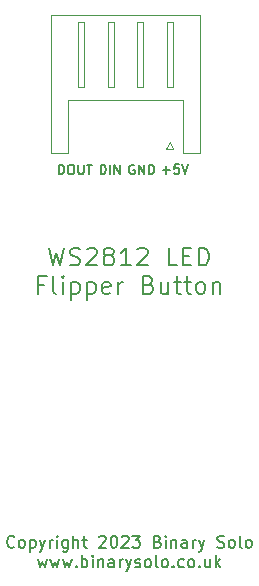
<source format=gbr>
%TF.GenerationSoftware,KiCad,Pcbnew,5.1.6-c6e7f7d~87~ubuntu18.04.1*%
%TF.CreationDate,2023-11-19T23:26:27+00:00*%
%TF.ProjectId,ws2812b_rgb_button,77733238-3132-4625-9f72-67625f627574,1.0*%
%TF.SameCoordinates,Original*%
%TF.FileFunction,Legend,Top*%
%TF.FilePolarity,Positive*%
%FSLAX46Y46*%
G04 Gerber Fmt 4.6, Leading zero omitted, Abs format (unit mm)*
G04 Created by KiCad (PCBNEW 5.1.6-c6e7f7d~87~ubuntu18.04.1) date 2023-11-19 23:26:27*
%MOMM*%
%LPD*%
G01*
G04 APERTURE LIST*
%ADD10C,0.150000*%
%ADD11C,0.200000*%
%ADD12C,0.120000*%
G04 APERTURE END LIST*
D10*
X90591904Y-111673142D02*
X90544285Y-111720761D01*
X90401428Y-111768380D01*
X90306190Y-111768380D01*
X90163333Y-111720761D01*
X90068095Y-111625523D01*
X90020476Y-111530285D01*
X89972857Y-111339809D01*
X89972857Y-111196952D01*
X90020476Y-111006476D01*
X90068095Y-110911238D01*
X90163333Y-110816000D01*
X90306190Y-110768380D01*
X90401428Y-110768380D01*
X90544285Y-110816000D01*
X90591904Y-110863619D01*
X91163333Y-111768380D02*
X91068095Y-111720761D01*
X91020476Y-111673142D01*
X90972857Y-111577904D01*
X90972857Y-111292190D01*
X91020476Y-111196952D01*
X91068095Y-111149333D01*
X91163333Y-111101714D01*
X91306190Y-111101714D01*
X91401428Y-111149333D01*
X91449047Y-111196952D01*
X91496666Y-111292190D01*
X91496666Y-111577904D01*
X91449047Y-111673142D01*
X91401428Y-111720761D01*
X91306190Y-111768380D01*
X91163333Y-111768380D01*
X91925238Y-111101714D02*
X91925238Y-112101714D01*
X91925238Y-111149333D02*
X92020476Y-111101714D01*
X92210952Y-111101714D01*
X92306190Y-111149333D01*
X92353809Y-111196952D01*
X92401428Y-111292190D01*
X92401428Y-111577904D01*
X92353809Y-111673142D01*
X92306190Y-111720761D01*
X92210952Y-111768380D01*
X92020476Y-111768380D01*
X91925238Y-111720761D01*
X92734761Y-111101714D02*
X92972857Y-111768380D01*
X93210952Y-111101714D02*
X92972857Y-111768380D01*
X92877619Y-112006476D01*
X92830000Y-112054095D01*
X92734761Y-112101714D01*
X93591904Y-111768380D02*
X93591904Y-111101714D01*
X93591904Y-111292190D02*
X93639523Y-111196952D01*
X93687142Y-111149333D01*
X93782380Y-111101714D01*
X93877619Y-111101714D01*
X94210952Y-111768380D02*
X94210952Y-111101714D01*
X94210952Y-110768380D02*
X94163333Y-110816000D01*
X94210952Y-110863619D01*
X94258571Y-110816000D01*
X94210952Y-110768380D01*
X94210952Y-110863619D01*
X95115714Y-111101714D02*
X95115714Y-111911238D01*
X95068095Y-112006476D01*
X95020476Y-112054095D01*
X94925238Y-112101714D01*
X94782380Y-112101714D01*
X94687142Y-112054095D01*
X95115714Y-111720761D02*
X95020476Y-111768380D01*
X94830000Y-111768380D01*
X94734761Y-111720761D01*
X94687142Y-111673142D01*
X94639523Y-111577904D01*
X94639523Y-111292190D01*
X94687142Y-111196952D01*
X94734761Y-111149333D01*
X94830000Y-111101714D01*
X95020476Y-111101714D01*
X95115714Y-111149333D01*
X95591904Y-111768380D02*
X95591904Y-110768380D01*
X96020476Y-111768380D02*
X96020476Y-111244571D01*
X95972857Y-111149333D01*
X95877619Y-111101714D01*
X95734761Y-111101714D01*
X95639523Y-111149333D01*
X95591904Y-111196952D01*
X96353809Y-111101714D02*
X96734761Y-111101714D01*
X96496666Y-110768380D02*
X96496666Y-111625523D01*
X96544285Y-111720761D01*
X96639523Y-111768380D01*
X96734761Y-111768380D01*
X97782380Y-110863619D02*
X97830000Y-110816000D01*
X97925238Y-110768380D01*
X98163333Y-110768380D01*
X98258571Y-110816000D01*
X98306190Y-110863619D01*
X98353809Y-110958857D01*
X98353809Y-111054095D01*
X98306190Y-111196952D01*
X97734761Y-111768380D01*
X98353809Y-111768380D01*
X98972857Y-110768380D02*
X99068095Y-110768380D01*
X99163333Y-110816000D01*
X99210952Y-110863619D01*
X99258571Y-110958857D01*
X99306190Y-111149333D01*
X99306190Y-111387428D01*
X99258571Y-111577904D01*
X99210952Y-111673142D01*
X99163333Y-111720761D01*
X99068095Y-111768380D01*
X98972857Y-111768380D01*
X98877619Y-111720761D01*
X98830000Y-111673142D01*
X98782380Y-111577904D01*
X98734761Y-111387428D01*
X98734761Y-111149333D01*
X98782380Y-110958857D01*
X98830000Y-110863619D01*
X98877619Y-110816000D01*
X98972857Y-110768380D01*
X99687142Y-110863619D02*
X99734761Y-110816000D01*
X99830000Y-110768380D01*
X100068095Y-110768380D01*
X100163333Y-110816000D01*
X100210952Y-110863619D01*
X100258571Y-110958857D01*
X100258571Y-111054095D01*
X100210952Y-111196952D01*
X99639523Y-111768380D01*
X100258571Y-111768380D01*
X100591904Y-110768380D02*
X101210952Y-110768380D01*
X100877619Y-111149333D01*
X101020476Y-111149333D01*
X101115714Y-111196952D01*
X101163333Y-111244571D01*
X101210952Y-111339809D01*
X101210952Y-111577904D01*
X101163333Y-111673142D01*
X101115714Y-111720761D01*
X101020476Y-111768380D01*
X100734761Y-111768380D01*
X100639523Y-111720761D01*
X100591904Y-111673142D01*
X102734761Y-111244571D02*
X102877619Y-111292190D01*
X102925238Y-111339809D01*
X102972857Y-111435047D01*
X102972857Y-111577904D01*
X102925238Y-111673142D01*
X102877619Y-111720761D01*
X102782380Y-111768380D01*
X102401428Y-111768380D01*
X102401428Y-110768380D01*
X102734761Y-110768380D01*
X102830000Y-110816000D01*
X102877619Y-110863619D01*
X102925238Y-110958857D01*
X102925238Y-111054095D01*
X102877619Y-111149333D01*
X102830000Y-111196952D01*
X102734761Y-111244571D01*
X102401428Y-111244571D01*
X103401428Y-111768380D02*
X103401428Y-111101714D01*
X103401428Y-110768380D02*
X103353809Y-110816000D01*
X103401428Y-110863619D01*
X103449047Y-110816000D01*
X103401428Y-110768380D01*
X103401428Y-110863619D01*
X103877619Y-111101714D02*
X103877619Y-111768380D01*
X103877619Y-111196952D02*
X103925238Y-111149333D01*
X104020476Y-111101714D01*
X104163333Y-111101714D01*
X104258571Y-111149333D01*
X104306190Y-111244571D01*
X104306190Y-111768380D01*
X105210952Y-111768380D02*
X105210952Y-111244571D01*
X105163333Y-111149333D01*
X105068095Y-111101714D01*
X104877619Y-111101714D01*
X104782380Y-111149333D01*
X105210952Y-111720761D02*
X105115714Y-111768380D01*
X104877619Y-111768380D01*
X104782380Y-111720761D01*
X104734761Y-111625523D01*
X104734761Y-111530285D01*
X104782380Y-111435047D01*
X104877619Y-111387428D01*
X105115714Y-111387428D01*
X105210952Y-111339809D01*
X105687142Y-111768380D02*
X105687142Y-111101714D01*
X105687142Y-111292190D02*
X105734761Y-111196952D01*
X105782380Y-111149333D01*
X105877619Y-111101714D01*
X105972857Y-111101714D01*
X106210952Y-111101714D02*
X106449047Y-111768380D01*
X106687142Y-111101714D02*
X106449047Y-111768380D01*
X106353809Y-112006476D01*
X106306190Y-112054095D01*
X106210952Y-112101714D01*
X107782380Y-111720761D02*
X107925238Y-111768380D01*
X108163333Y-111768380D01*
X108258571Y-111720761D01*
X108306190Y-111673142D01*
X108353809Y-111577904D01*
X108353809Y-111482666D01*
X108306190Y-111387428D01*
X108258571Y-111339809D01*
X108163333Y-111292190D01*
X107972857Y-111244571D01*
X107877619Y-111196952D01*
X107830000Y-111149333D01*
X107782380Y-111054095D01*
X107782380Y-110958857D01*
X107830000Y-110863619D01*
X107877619Y-110816000D01*
X107972857Y-110768380D01*
X108210952Y-110768380D01*
X108353809Y-110816000D01*
X108925238Y-111768380D02*
X108830000Y-111720761D01*
X108782380Y-111673142D01*
X108734761Y-111577904D01*
X108734761Y-111292190D01*
X108782380Y-111196952D01*
X108830000Y-111149333D01*
X108925238Y-111101714D01*
X109068095Y-111101714D01*
X109163333Y-111149333D01*
X109210952Y-111196952D01*
X109258571Y-111292190D01*
X109258571Y-111577904D01*
X109210952Y-111673142D01*
X109163333Y-111720761D01*
X109068095Y-111768380D01*
X108925238Y-111768380D01*
X109830000Y-111768380D02*
X109734761Y-111720761D01*
X109687142Y-111625523D01*
X109687142Y-110768380D01*
X110353809Y-111768380D02*
X110258571Y-111720761D01*
X110210952Y-111673142D01*
X110163333Y-111577904D01*
X110163333Y-111292190D01*
X110210952Y-111196952D01*
X110258571Y-111149333D01*
X110353809Y-111101714D01*
X110496666Y-111101714D01*
X110591904Y-111149333D01*
X110639523Y-111196952D01*
X110687142Y-111292190D01*
X110687142Y-111577904D01*
X110639523Y-111673142D01*
X110591904Y-111720761D01*
X110496666Y-111768380D01*
X110353809Y-111768380D01*
X92591904Y-112751714D02*
X92782380Y-113418380D01*
X92972857Y-112942190D01*
X93163333Y-113418380D01*
X93353809Y-112751714D01*
X93639523Y-112751714D02*
X93830000Y-113418380D01*
X94020476Y-112942190D01*
X94210952Y-113418380D01*
X94401428Y-112751714D01*
X94687142Y-112751714D02*
X94877619Y-113418380D01*
X95068095Y-112942190D01*
X95258571Y-113418380D01*
X95449047Y-112751714D01*
X95829999Y-113323142D02*
X95877619Y-113370761D01*
X95829999Y-113418380D01*
X95782380Y-113370761D01*
X95829999Y-113323142D01*
X95829999Y-113418380D01*
X96306190Y-113418380D02*
X96306190Y-112418380D01*
X96306190Y-112799333D02*
X96401428Y-112751714D01*
X96591904Y-112751714D01*
X96687142Y-112799333D01*
X96734761Y-112846952D01*
X96782380Y-112942190D01*
X96782380Y-113227904D01*
X96734761Y-113323142D01*
X96687142Y-113370761D01*
X96591904Y-113418380D01*
X96401428Y-113418380D01*
X96306190Y-113370761D01*
X97210952Y-113418380D02*
X97210952Y-112751714D01*
X97210952Y-112418380D02*
X97163333Y-112466000D01*
X97210952Y-112513619D01*
X97258571Y-112466000D01*
X97210952Y-112418380D01*
X97210952Y-112513619D01*
X97687142Y-112751714D02*
X97687142Y-113418380D01*
X97687142Y-112846952D02*
X97734761Y-112799333D01*
X97829999Y-112751714D01*
X97972857Y-112751714D01*
X98068095Y-112799333D01*
X98115714Y-112894571D01*
X98115714Y-113418380D01*
X99020476Y-113418380D02*
X99020476Y-112894571D01*
X98972857Y-112799333D01*
X98877619Y-112751714D01*
X98687142Y-112751714D01*
X98591904Y-112799333D01*
X99020476Y-113370761D02*
X98925238Y-113418380D01*
X98687142Y-113418380D01*
X98591904Y-113370761D01*
X98544285Y-113275523D01*
X98544285Y-113180285D01*
X98591904Y-113085047D01*
X98687142Y-113037428D01*
X98925238Y-113037428D01*
X99020476Y-112989809D01*
X99496666Y-113418380D02*
X99496666Y-112751714D01*
X99496666Y-112942190D02*
X99544285Y-112846952D01*
X99591904Y-112799333D01*
X99687142Y-112751714D01*
X99782380Y-112751714D01*
X100020476Y-112751714D02*
X100258571Y-113418380D01*
X100496666Y-112751714D02*
X100258571Y-113418380D01*
X100163333Y-113656476D01*
X100115714Y-113704095D01*
X100020476Y-113751714D01*
X100830000Y-113370761D02*
X100925238Y-113418380D01*
X101115714Y-113418380D01*
X101210952Y-113370761D01*
X101258571Y-113275523D01*
X101258571Y-113227904D01*
X101210952Y-113132666D01*
X101115714Y-113085047D01*
X100972857Y-113085047D01*
X100877619Y-113037428D01*
X100830000Y-112942190D01*
X100830000Y-112894571D01*
X100877619Y-112799333D01*
X100972857Y-112751714D01*
X101115714Y-112751714D01*
X101210952Y-112799333D01*
X101830000Y-113418380D02*
X101734761Y-113370761D01*
X101687142Y-113323142D01*
X101639523Y-113227904D01*
X101639523Y-112942190D01*
X101687142Y-112846952D01*
X101734761Y-112799333D01*
X101830000Y-112751714D01*
X101972857Y-112751714D01*
X102068095Y-112799333D01*
X102115714Y-112846952D01*
X102163333Y-112942190D01*
X102163333Y-113227904D01*
X102115714Y-113323142D01*
X102068095Y-113370761D01*
X101972857Y-113418380D01*
X101830000Y-113418380D01*
X102734761Y-113418380D02*
X102639523Y-113370761D01*
X102591904Y-113275523D01*
X102591904Y-112418380D01*
X103258571Y-113418380D02*
X103163333Y-113370761D01*
X103115714Y-113323142D01*
X103068095Y-113227904D01*
X103068095Y-112942190D01*
X103115714Y-112846952D01*
X103163333Y-112799333D01*
X103258571Y-112751714D01*
X103401428Y-112751714D01*
X103496666Y-112799333D01*
X103544285Y-112846952D01*
X103591904Y-112942190D01*
X103591904Y-113227904D01*
X103544285Y-113323142D01*
X103496666Y-113370761D01*
X103401428Y-113418380D01*
X103258571Y-113418380D01*
X104020476Y-113323142D02*
X104068095Y-113370761D01*
X104020476Y-113418380D01*
X103972857Y-113370761D01*
X104020476Y-113323142D01*
X104020476Y-113418380D01*
X104925238Y-113370761D02*
X104830000Y-113418380D01*
X104639523Y-113418380D01*
X104544285Y-113370761D01*
X104496666Y-113323142D01*
X104449047Y-113227904D01*
X104449047Y-112942190D01*
X104496666Y-112846952D01*
X104544285Y-112799333D01*
X104639523Y-112751714D01*
X104830000Y-112751714D01*
X104925238Y-112799333D01*
X105496666Y-113418380D02*
X105401428Y-113370761D01*
X105353809Y-113323142D01*
X105306190Y-113227904D01*
X105306190Y-112942190D01*
X105353809Y-112846952D01*
X105401428Y-112799333D01*
X105496666Y-112751714D01*
X105639523Y-112751714D01*
X105734761Y-112799333D01*
X105782380Y-112846952D01*
X105830000Y-112942190D01*
X105830000Y-113227904D01*
X105782380Y-113323142D01*
X105734761Y-113370761D01*
X105639523Y-113418380D01*
X105496666Y-113418380D01*
X106258571Y-113323142D02*
X106306190Y-113370761D01*
X106258571Y-113418380D01*
X106210952Y-113370761D01*
X106258571Y-113323142D01*
X106258571Y-113418380D01*
X107163333Y-112751714D02*
X107163333Y-113418380D01*
X106734761Y-112751714D02*
X106734761Y-113275523D01*
X106782380Y-113370761D01*
X106877619Y-113418380D01*
X107020476Y-113418380D01*
X107115714Y-113370761D01*
X107163333Y-113323142D01*
X107639523Y-113418380D02*
X107639523Y-112418380D01*
X107734761Y-113037428D02*
X108020476Y-113418380D01*
X108020476Y-112751714D02*
X107639523Y-113132666D01*
X93508571Y-86370571D02*
X93865714Y-87870571D01*
X94151428Y-86799142D01*
X94437142Y-87870571D01*
X94794285Y-86370571D01*
X95294285Y-87799142D02*
X95508571Y-87870571D01*
X95865714Y-87870571D01*
X96008571Y-87799142D01*
X96080000Y-87727714D01*
X96151428Y-87584857D01*
X96151428Y-87442000D01*
X96080000Y-87299142D01*
X96008571Y-87227714D01*
X95865714Y-87156285D01*
X95580000Y-87084857D01*
X95437142Y-87013428D01*
X95365714Y-86942000D01*
X95294285Y-86799142D01*
X95294285Y-86656285D01*
X95365714Y-86513428D01*
X95437142Y-86442000D01*
X95580000Y-86370571D01*
X95937142Y-86370571D01*
X96151428Y-86442000D01*
X96722857Y-86513428D02*
X96794285Y-86442000D01*
X96937142Y-86370571D01*
X97294285Y-86370571D01*
X97437142Y-86442000D01*
X97508571Y-86513428D01*
X97580000Y-86656285D01*
X97580000Y-86799142D01*
X97508571Y-87013428D01*
X96651428Y-87870571D01*
X97580000Y-87870571D01*
X98437142Y-87013428D02*
X98294285Y-86942000D01*
X98222857Y-86870571D01*
X98151428Y-86727714D01*
X98151428Y-86656285D01*
X98222857Y-86513428D01*
X98294285Y-86442000D01*
X98437142Y-86370571D01*
X98722857Y-86370571D01*
X98865714Y-86442000D01*
X98937142Y-86513428D01*
X99008571Y-86656285D01*
X99008571Y-86727714D01*
X98937142Y-86870571D01*
X98865714Y-86942000D01*
X98722857Y-87013428D01*
X98437142Y-87013428D01*
X98294285Y-87084857D01*
X98222857Y-87156285D01*
X98151428Y-87299142D01*
X98151428Y-87584857D01*
X98222857Y-87727714D01*
X98294285Y-87799142D01*
X98437142Y-87870571D01*
X98722857Y-87870571D01*
X98865714Y-87799142D01*
X98937142Y-87727714D01*
X99008571Y-87584857D01*
X99008571Y-87299142D01*
X98937142Y-87156285D01*
X98865714Y-87084857D01*
X98722857Y-87013428D01*
X100437142Y-87870571D02*
X99580000Y-87870571D01*
X100008571Y-87870571D02*
X100008571Y-86370571D01*
X99865714Y-86584857D01*
X99722857Y-86727714D01*
X99580000Y-86799142D01*
X101008571Y-86513428D02*
X101080000Y-86442000D01*
X101222857Y-86370571D01*
X101580000Y-86370571D01*
X101722857Y-86442000D01*
X101794285Y-86513428D01*
X101865714Y-86656285D01*
X101865714Y-86799142D01*
X101794285Y-87013428D01*
X100937142Y-87870571D01*
X101865714Y-87870571D01*
X104365714Y-87870571D02*
X103651428Y-87870571D01*
X103651428Y-86370571D01*
X104865714Y-87084857D02*
X105365714Y-87084857D01*
X105580000Y-87870571D02*
X104865714Y-87870571D01*
X104865714Y-86370571D01*
X105580000Y-86370571D01*
X106222857Y-87870571D02*
X106222857Y-86370571D01*
X106580000Y-86370571D01*
X106794285Y-86442000D01*
X106937142Y-86584857D01*
X107008571Y-86727714D01*
X107080000Y-87013428D01*
X107080000Y-87227714D01*
X107008571Y-87513428D01*
X106937142Y-87656285D01*
X106794285Y-87799142D01*
X106580000Y-87870571D01*
X106222857Y-87870571D01*
X93115714Y-89484857D02*
X92615714Y-89484857D01*
X92615714Y-90270571D02*
X92615714Y-88770571D01*
X93330000Y-88770571D01*
X94115714Y-90270571D02*
X93972857Y-90199142D01*
X93901428Y-90056285D01*
X93901428Y-88770571D01*
X94687142Y-90270571D02*
X94687142Y-89270571D01*
X94687142Y-88770571D02*
X94615714Y-88842000D01*
X94687142Y-88913428D01*
X94758571Y-88842000D01*
X94687142Y-88770571D01*
X94687142Y-88913428D01*
X95401428Y-89270571D02*
X95401428Y-90770571D01*
X95401428Y-89342000D02*
X95544285Y-89270571D01*
X95830000Y-89270571D01*
X95972857Y-89342000D01*
X96044285Y-89413428D01*
X96115714Y-89556285D01*
X96115714Y-89984857D01*
X96044285Y-90127714D01*
X95972857Y-90199142D01*
X95830000Y-90270571D01*
X95544285Y-90270571D01*
X95401428Y-90199142D01*
X96758571Y-89270571D02*
X96758571Y-90770571D01*
X96758571Y-89342000D02*
X96901428Y-89270571D01*
X97187142Y-89270571D01*
X97330000Y-89342000D01*
X97401428Y-89413428D01*
X97472857Y-89556285D01*
X97472857Y-89984857D01*
X97401428Y-90127714D01*
X97330000Y-90199142D01*
X97187142Y-90270571D01*
X96901428Y-90270571D01*
X96758571Y-90199142D01*
X98687142Y-90199142D02*
X98544285Y-90270571D01*
X98258571Y-90270571D01*
X98115714Y-90199142D01*
X98044285Y-90056285D01*
X98044285Y-89484857D01*
X98115714Y-89342000D01*
X98258571Y-89270571D01*
X98544285Y-89270571D01*
X98687142Y-89342000D01*
X98758571Y-89484857D01*
X98758571Y-89627714D01*
X98044285Y-89770571D01*
X99401428Y-90270571D02*
X99401428Y-89270571D01*
X99401428Y-89556285D02*
X99472857Y-89413428D01*
X99544285Y-89342000D01*
X99687142Y-89270571D01*
X99830000Y-89270571D01*
X101972857Y-89484857D02*
X102187142Y-89556285D01*
X102258571Y-89627714D01*
X102330000Y-89770571D01*
X102330000Y-89984857D01*
X102258571Y-90127714D01*
X102187142Y-90199142D01*
X102044285Y-90270571D01*
X101472857Y-90270571D01*
X101472857Y-88770571D01*
X101972857Y-88770571D01*
X102115714Y-88842000D01*
X102187142Y-88913428D01*
X102258571Y-89056285D01*
X102258571Y-89199142D01*
X102187142Y-89342000D01*
X102115714Y-89413428D01*
X101972857Y-89484857D01*
X101472857Y-89484857D01*
X103615714Y-89270571D02*
X103615714Y-90270571D01*
X102972857Y-89270571D02*
X102972857Y-90056285D01*
X103044285Y-90199142D01*
X103187142Y-90270571D01*
X103401428Y-90270571D01*
X103544285Y-90199142D01*
X103615714Y-90127714D01*
X104115714Y-89270571D02*
X104687142Y-89270571D01*
X104330000Y-88770571D02*
X104330000Y-90056285D01*
X104401428Y-90199142D01*
X104544285Y-90270571D01*
X104687142Y-90270571D01*
X104972857Y-89270571D02*
X105544285Y-89270571D01*
X105187142Y-88770571D02*
X105187142Y-90056285D01*
X105258571Y-90199142D01*
X105401428Y-90270571D01*
X105544285Y-90270571D01*
X106258571Y-90270571D02*
X106115714Y-90199142D01*
X106044285Y-90127714D01*
X105972857Y-89984857D01*
X105972857Y-89556285D01*
X106044285Y-89413428D01*
X106115714Y-89342000D01*
X106258571Y-89270571D01*
X106472857Y-89270571D01*
X106615714Y-89342000D01*
X106687142Y-89413428D01*
X106758571Y-89556285D01*
X106758571Y-89984857D01*
X106687142Y-90127714D01*
X106615714Y-90199142D01*
X106472857Y-90270571D01*
X106258571Y-90270571D01*
X107401428Y-89270571D02*
X107401428Y-90270571D01*
X107401428Y-89413428D02*
X107472857Y-89342000D01*
X107615714Y-89270571D01*
X107830000Y-89270571D01*
X107972857Y-89342000D01*
X108044285Y-89484857D01*
X108044285Y-90270571D01*
D11*
X103162228Y-79787742D02*
X103771752Y-79787742D01*
X103466990Y-80092504D02*
X103466990Y-79482980D01*
X104533657Y-79292504D02*
X104152704Y-79292504D01*
X104114609Y-79673457D01*
X104152704Y-79635361D01*
X104228895Y-79597266D01*
X104419371Y-79597266D01*
X104495561Y-79635361D01*
X104533657Y-79673457D01*
X104571752Y-79749647D01*
X104571752Y-79940123D01*
X104533657Y-80016314D01*
X104495561Y-80054409D01*
X104419371Y-80092504D01*
X104228895Y-80092504D01*
X104152704Y-80054409D01*
X104114609Y-80016314D01*
X104800323Y-79292504D02*
X105066990Y-80092504D01*
X105333657Y-79292504D01*
X100736476Y-79381400D02*
X100660285Y-79343304D01*
X100546000Y-79343304D01*
X100431714Y-79381400D01*
X100355523Y-79457590D01*
X100317428Y-79533780D01*
X100279333Y-79686161D01*
X100279333Y-79800447D01*
X100317428Y-79952828D01*
X100355523Y-80029019D01*
X100431714Y-80105209D01*
X100546000Y-80143304D01*
X100622190Y-80143304D01*
X100736476Y-80105209D01*
X100774571Y-80067114D01*
X100774571Y-79800447D01*
X100622190Y-79800447D01*
X101117428Y-80143304D02*
X101117428Y-79343304D01*
X101574571Y-80143304D01*
X101574571Y-79343304D01*
X101955523Y-80143304D02*
X101955523Y-79343304D01*
X102146000Y-79343304D01*
X102260285Y-79381400D01*
X102336476Y-79457590D01*
X102374571Y-79533780D01*
X102412666Y-79686161D01*
X102412666Y-79800447D01*
X102374571Y-79952828D01*
X102336476Y-80029019D01*
X102260285Y-80105209D01*
X102146000Y-80143304D01*
X101955523Y-80143304D01*
X97885352Y-80143304D02*
X97885352Y-79343304D01*
X98075828Y-79343304D01*
X98190114Y-79381400D01*
X98266304Y-79457590D01*
X98304400Y-79533780D01*
X98342495Y-79686161D01*
X98342495Y-79800447D01*
X98304400Y-79952828D01*
X98266304Y-80029019D01*
X98190114Y-80105209D01*
X98075828Y-80143304D01*
X97885352Y-80143304D01*
X98685352Y-80143304D02*
X98685352Y-79343304D01*
X99066304Y-80143304D02*
X99066304Y-79343304D01*
X99523447Y-80143304D01*
X99523447Y-79343304D01*
X94354819Y-80143304D02*
X94354819Y-79343304D01*
X94545295Y-79343304D01*
X94659580Y-79381400D01*
X94735771Y-79457590D01*
X94773866Y-79533780D01*
X94811961Y-79686161D01*
X94811961Y-79800447D01*
X94773866Y-79952828D01*
X94735771Y-80029019D01*
X94659580Y-80105209D01*
X94545295Y-80143304D01*
X94354819Y-80143304D01*
X95307200Y-79343304D02*
X95459580Y-79343304D01*
X95535771Y-79381400D01*
X95611961Y-79457590D01*
X95650057Y-79609971D01*
X95650057Y-79876638D01*
X95611961Y-80029019D01*
X95535771Y-80105209D01*
X95459580Y-80143304D01*
X95307200Y-80143304D01*
X95231009Y-80105209D01*
X95154819Y-80029019D01*
X95116723Y-79876638D01*
X95116723Y-79609971D01*
X95154819Y-79457590D01*
X95231009Y-79381400D01*
X95307200Y-79343304D01*
X95992914Y-79343304D02*
X95992914Y-79990923D01*
X96031009Y-80067114D01*
X96069104Y-80105209D01*
X96145295Y-80143304D01*
X96297676Y-80143304D01*
X96373866Y-80105209D01*
X96411961Y-80067114D01*
X96450057Y-79990923D01*
X96450057Y-79343304D01*
X96716723Y-79343304D02*
X97173866Y-79343304D01*
X96945295Y-80143304D02*
X96945295Y-79343304D01*
D12*
%TO.C,J1*%
X100009000Y-66636000D02*
X106319000Y-66636000D01*
X106319000Y-66636000D02*
X106319000Y-78356000D01*
X106319000Y-78356000D02*
X104899000Y-78356000D01*
X104899000Y-78356000D02*
X104899000Y-73856000D01*
X104899000Y-73856000D02*
X100009000Y-73856000D01*
X100009000Y-66636000D02*
X93699000Y-66636000D01*
X93699000Y-66636000D02*
X93699000Y-78356000D01*
X93699000Y-78356000D02*
X95119000Y-78356000D01*
X95119000Y-78356000D02*
X95119000Y-73856000D01*
X95119000Y-73856000D02*
X100009000Y-73856000D01*
X104009000Y-72746000D02*
X104009000Y-67246000D01*
X104009000Y-67246000D02*
X103509000Y-67246000D01*
X103509000Y-67246000D02*
X103509000Y-72746000D01*
X103509000Y-72746000D02*
X104009000Y-72746000D01*
X101509000Y-72746000D02*
X101509000Y-67246000D01*
X101509000Y-67246000D02*
X101009000Y-67246000D01*
X101009000Y-67246000D02*
X101009000Y-72746000D01*
X101009000Y-72746000D02*
X101509000Y-72746000D01*
X99009000Y-72746000D02*
X99009000Y-67246000D01*
X99009000Y-67246000D02*
X98509000Y-67246000D01*
X98509000Y-67246000D02*
X98509000Y-72746000D01*
X98509000Y-72746000D02*
X99009000Y-72746000D01*
X96509000Y-72746000D02*
X96509000Y-67246000D01*
X96509000Y-67246000D02*
X96009000Y-67246000D01*
X96009000Y-67246000D02*
X96009000Y-72746000D01*
X96009000Y-72746000D02*
X96509000Y-72746000D01*
X103759000Y-77446000D02*
X104059000Y-78046000D01*
X104059000Y-78046000D02*
X103459000Y-78046000D01*
X103459000Y-78046000D02*
X103759000Y-77446000D01*
%TD*%
M02*

</source>
